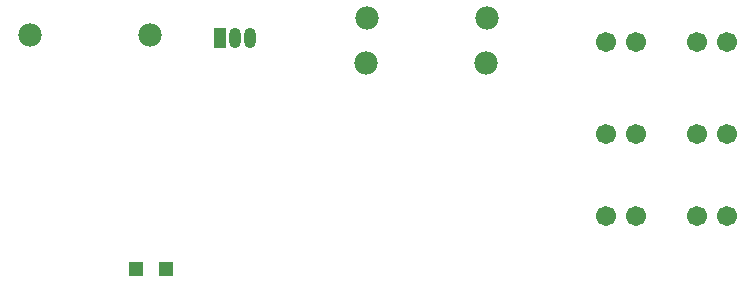
<source format=gts>
G04 Layer: TopSolderMaskLayer*
G04 EasyEDA v6.5.50, 2025-05-10 15:04:30*
G04 589a746eefd949a0af088bb8152ad38e,9a905054fedc498b9ef7db2e0bce7d6d,10*
G04 Gerber Generator version 0.2*
G04 Scale: 100 percent, Rotated: No, Reflected: No *
G04 Dimensions in millimeters *
G04 leading zeros omitted , absolute positions ,4 integer and 5 decimal *
%FSLAX45Y45*%
%MOMM*%

%AMMACRO1*4,1,8,-0.4712,-0.8509,-0.5009,-0.8209,-0.5009,0.8212,-0.4712,0.8509,0.4709,0.8509,0.5009,0.8212,0.5009,-0.8209,0.4709,-0.8509,-0.4712,-0.8509,0*%
%AMMACRO2*4,1,8,-0.5386,-0.5671,-0.5683,-0.5371,-0.5683,0.5373,-0.5386,0.5671,0.5384,0.5671,0.5683,0.5373,0.5683,-0.5371,0.5384,-0.5671,-0.5386,-0.5671,0*%
%ADD10C,1.9812*%
%ADD11O,1.0015981999999999X1.7015968*%
%ADD12MACRO1*%
%ADD13MACRO2*%
%ADD14C,1.7016*%
%ADD15C,0.0190*%

%LPD*%
D10*
G01*
X6972300Y9131300D03*
G01*
X5956300Y9131300D03*
G01*
X4127500Y9372600D03*
G01*
X3111500Y9372600D03*
D11*
G01*
X4978400Y9347200D03*
G01*
X4851400Y9347200D03*
D12*
G01*
X4724400Y9347200D03*
D13*
G01*
X4013212Y7391412D03*
G01*
X4267212Y7391412D03*
D10*
G01*
X6985000Y9512300D03*
G01*
X5969000Y9512300D03*
D14*
G01*
X8763000Y9309100D03*
G01*
X9017000Y9309100D03*
G01*
X7988300Y8534400D03*
G01*
X8242300Y8534400D03*
G01*
X8763000Y8534400D03*
G01*
X9017000Y8534400D03*
G01*
X8763000Y7835900D03*
G01*
X9017000Y7835900D03*
G01*
X7988300Y7835900D03*
G01*
X8242300Y7835900D03*
G01*
X7988300Y9309100D03*
G01*
X8242300Y9309100D03*
M02*

</source>
